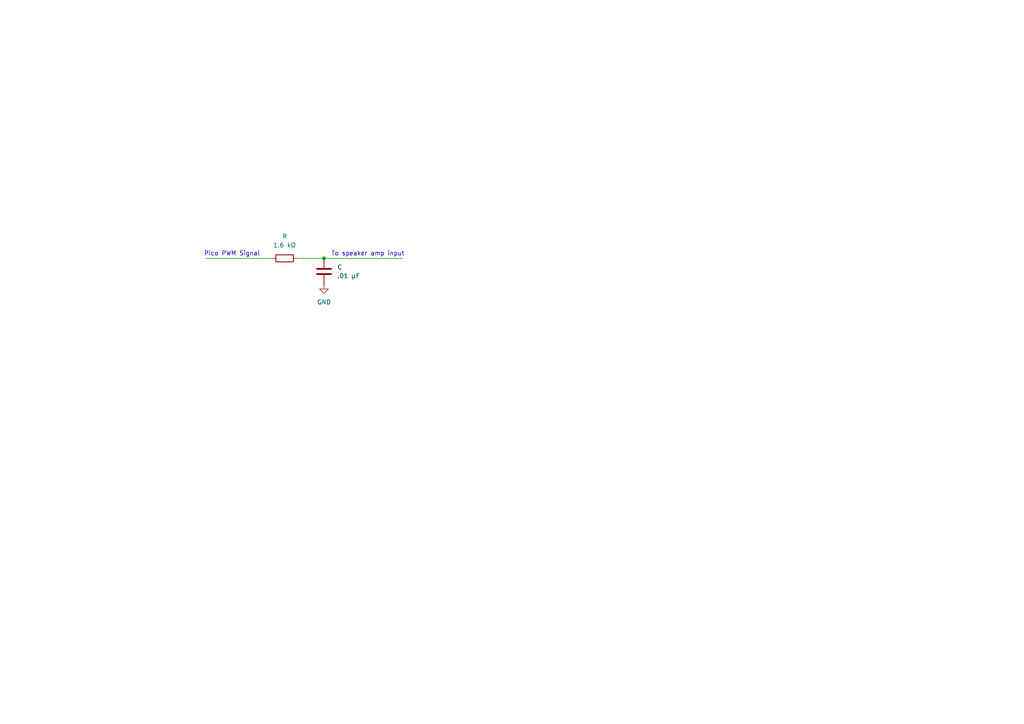
<source format=kicad_sch>
(kicad_sch
	(version 20250114)
	(generator "eeschema")
	(generator_version "9.0")
	(uuid "df07c18f-2b5d-4497-87c0-5d4664e09d6e")
	(paper "A4")
	(lib_symbols
		(symbol "Device:C"
			(pin_numbers
				(hide yes)
			)
			(pin_names
				(offset 0.254)
			)
			(exclude_from_sim no)
			(in_bom yes)
			(on_board yes)
			(property "Reference" "C"
				(at 0.635 2.54 0)
				(effects
					(font
						(size 1.27 1.27)
					)
					(justify left)
				)
			)
			(property "Value" "C"
				(at 0.635 -2.54 0)
				(effects
					(font
						(size 1.27 1.27)
					)
					(justify left)
				)
			)
			(property "Footprint" ""
				(at 0.9652 -3.81 0)
				(effects
					(font
						(size 1.27 1.27)
					)
					(hide yes)
				)
			)
			(property "Datasheet" "~"
				(at 0 0 0)
				(effects
					(font
						(size 1.27 1.27)
					)
					(hide yes)
				)
			)
			(property "Description" "Unpolarized capacitor"
				(at 0 0 0)
				(effects
					(font
						(size 1.27 1.27)
					)
					(hide yes)
				)
			)
			(property "ki_keywords" "cap capacitor"
				(at 0 0 0)
				(effects
					(font
						(size 1.27 1.27)
					)
					(hide yes)
				)
			)
			(property "ki_fp_filters" "C_*"
				(at 0 0 0)
				(effects
					(font
						(size 1.27 1.27)
					)
					(hide yes)
				)
			)
			(symbol "C_0_1"
				(polyline
					(pts
						(xy -2.032 0.762) (xy 2.032 0.762)
					)
					(stroke
						(width 0.508)
						(type default)
					)
					(fill
						(type none)
					)
				)
				(polyline
					(pts
						(xy -2.032 -0.762) (xy 2.032 -0.762)
					)
					(stroke
						(width 0.508)
						(type default)
					)
					(fill
						(type none)
					)
				)
			)
			(symbol "C_1_1"
				(pin passive line
					(at 0 3.81 270)
					(length 2.794)
					(name "~"
						(effects
							(font
								(size 1.27 1.27)
							)
						)
					)
					(number "1"
						(effects
							(font
								(size 1.27 1.27)
							)
						)
					)
				)
				(pin passive line
					(at 0 -3.81 90)
					(length 2.794)
					(name "~"
						(effects
							(font
								(size 1.27 1.27)
							)
						)
					)
					(number "2"
						(effects
							(font
								(size 1.27 1.27)
							)
						)
					)
				)
			)
			(embedded_fonts no)
		)
		(symbol "Device:R"
			(pin_numbers
				(hide yes)
			)
			(pin_names
				(offset 0)
			)
			(exclude_from_sim no)
			(in_bom yes)
			(on_board yes)
			(property "Reference" "R"
				(at 2.032 0 90)
				(effects
					(font
						(size 1.27 1.27)
					)
				)
			)
			(property "Value" "R"
				(at 0 0 90)
				(effects
					(font
						(size 1.27 1.27)
					)
				)
			)
			(property "Footprint" ""
				(at -1.778 0 90)
				(effects
					(font
						(size 1.27 1.27)
					)
					(hide yes)
				)
			)
			(property "Datasheet" "~"
				(at 0 0 0)
				(effects
					(font
						(size 1.27 1.27)
					)
					(hide yes)
				)
			)
			(property "Description" "Resistor"
				(at 0 0 0)
				(effects
					(font
						(size 1.27 1.27)
					)
					(hide yes)
				)
			)
			(property "ki_keywords" "R res resistor"
				(at 0 0 0)
				(effects
					(font
						(size 1.27 1.27)
					)
					(hide yes)
				)
			)
			(property "ki_fp_filters" "R_*"
				(at 0 0 0)
				(effects
					(font
						(size 1.27 1.27)
					)
					(hide yes)
				)
			)
			(symbol "R_0_1"
				(rectangle
					(start -1.016 -2.54)
					(end 1.016 2.54)
					(stroke
						(width 0.254)
						(type default)
					)
					(fill
						(type none)
					)
				)
			)
			(symbol "R_1_1"
				(pin passive line
					(at 0 3.81 270)
					(length 1.27)
					(name "~"
						(effects
							(font
								(size 1.27 1.27)
							)
						)
					)
					(number "1"
						(effects
							(font
								(size 1.27 1.27)
							)
						)
					)
				)
				(pin passive line
					(at 0 -3.81 90)
					(length 1.27)
					(name "~"
						(effects
							(font
								(size 1.27 1.27)
							)
						)
					)
					(number "2"
						(effects
							(font
								(size 1.27 1.27)
							)
						)
					)
				)
			)
			(embedded_fonts no)
		)
		(symbol "power:GND"
			(power)
			(pin_numbers
				(hide yes)
			)
			(pin_names
				(offset 0)
				(hide yes)
			)
			(exclude_from_sim no)
			(in_bom yes)
			(on_board yes)
			(property "Reference" "#PWR"
				(at 0 -6.35 0)
				(effects
					(font
						(size 1.27 1.27)
					)
					(hide yes)
				)
			)
			(property "Value" "GND"
				(at 0 -3.81 0)
				(effects
					(font
						(size 1.27 1.27)
					)
				)
			)
			(property "Footprint" ""
				(at 0 0 0)
				(effects
					(font
						(size 1.27 1.27)
					)
					(hide yes)
				)
			)
			(property "Datasheet" ""
				(at 0 0 0)
				(effects
					(font
						(size 1.27 1.27)
					)
					(hide yes)
				)
			)
			(property "Description" "Power symbol creates a global label with name \"GND\" , ground"
				(at 0 0 0)
				(effects
					(font
						(size 1.27 1.27)
					)
					(hide yes)
				)
			)
			(property "ki_keywords" "global power"
				(at 0 0 0)
				(effects
					(font
						(size 1.27 1.27)
					)
					(hide yes)
				)
			)
			(symbol "GND_0_1"
				(polyline
					(pts
						(xy 0 0) (xy 0 -1.27) (xy 1.27 -1.27) (xy 0 -2.54) (xy -1.27 -1.27) (xy 0 -1.27)
					)
					(stroke
						(width 0)
						(type default)
					)
					(fill
						(type none)
					)
				)
			)
			(symbol "GND_1_1"
				(pin power_in line
					(at 0 0 270)
					(length 0)
					(name "~"
						(effects
							(font
								(size 1.27 1.27)
							)
						)
					)
					(number "1"
						(effects
							(font
								(size 1.27 1.27)
							)
						)
					)
				)
			)
			(embedded_fonts no)
		)
	)
	(text "Pico PWM Signal\n"
		(exclude_from_sim no)
		(at 67.31 73.66 0)
		(effects
			(font
				(size 1.27 1.27)
			)
		)
		(uuid "7d08af12-928c-45d1-bf19-0d0eb1871d0d")
	)
	(text "To speaker amp input\n"
		(exclude_from_sim no)
		(at 106.68 73.66 0)
		(effects
			(font
				(size 1.27 1.27)
			)
		)
		(uuid "a1ca2d3c-1888-47aa-b515-79936f1bc601")
	)
	(junction
		(at 93.98 74.93)
		(diameter 0)
		(color 0 0 0 0)
		(uuid "92dd6924-0e60-478a-bdcd-fbeb978a2939")
	)
	(wire
		(pts
			(xy 93.98 74.93) (xy 116.84 74.93)
		)
		(stroke
			(width 0)
			(type default)
		)
		(uuid "16cfbec4-759f-454b-b044-457489bc7b40")
	)
	(wire
		(pts
			(xy 59.69 74.93) (xy 78.74 74.93)
		)
		(stroke
			(width 0)
			(type default)
		)
		(uuid "23d7e0ff-7724-4069-8e94-c268631ff7f3")
	)
	(wire
		(pts
			(xy 86.36 74.93) (xy 93.98 74.93)
		)
		(stroke
			(width 0)
			(type default)
		)
		(uuid "f01d0b30-415b-453b-87d8-314a8eed1a53")
	)
	(symbol
		(lib_id "power:GND")
		(at 93.98 82.55 0)
		(unit 1)
		(exclude_from_sim no)
		(in_bom yes)
		(on_board yes)
		(dnp no)
		(fields_autoplaced yes)
		(uuid "7aff2f14-27d5-48f5-a47f-c0462a8212c5")
		(property "Reference" "#PWR02"
			(at 93.98 88.9 0)
			(effects
				(font
					(size 1.27 1.27)
				)
				(hide yes)
			)
		)
		(property "Value" "GND"
			(at 93.98 87.63 0)
			(effects
				(font
					(size 1.27 1.27)
				)
			)
		)
		(property "Footprint" ""
			(at 93.98 82.55 0)
			(effects
				(font
					(size 1.27 1.27)
				)
				(hide yes)
			)
		)
		(property "Datasheet" ""
			(at 93.98 82.55 0)
			(effects
				(font
					(size 1.27 1.27)
				)
				(hide yes)
			)
		)
		(property "Description" "Power symbol creates a global label with name \"GND\" , ground"
			(at 93.98 82.55 0)
			(effects
				(font
					(size 1.27 1.27)
				)
				(hide yes)
			)
		)
		(pin "1"
			(uuid "7ac853de-2bfc-4965-b811-a22018b7495a")
		)
		(instances
			(project ""
				(path "/7a474c3b-855e-4a89-97e9-3d42055b899d/dd3e34ea-4be4-483e-912f-47aac0384845"
					(reference "#PWR02")
					(unit 1)
				)
			)
		)
	)
	(symbol
		(lib_id "Device:C")
		(at 93.98 78.74 0)
		(unit 1)
		(exclude_from_sim no)
		(in_bom yes)
		(on_board yes)
		(dnp no)
		(fields_autoplaced yes)
		(uuid "e96daf6b-c72f-4bb7-ab58-64287a4cdd23")
		(property "Reference" "C"
			(at 97.79 77.4699 0)
			(effects
				(font
					(size 1.27 1.27)
				)
				(justify left)
			)
		)
		(property "Value" ".01 µF"
			(at 97.79 80.0099 0)
			(effects
				(font
					(size 1.27 1.27)
				)
				(justify left)
			)
		)
		(property "Footprint" ""
			(at 94.9452 82.55 0)
			(effects
				(font
					(size 1.27 1.27)
				)
				(hide yes)
			)
		)
		(property "Datasheet" "~"
			(at 93.98 78.74 0)
			(effects
				(font
					(size 1.27 1.27)
				)
				(hide yes)
			)
		)
		(property "Description" "Unpolarized capacitor"
			(at 93.98 78.74 0)
			(effects
				(font
					(size 1.27 1.27)
				)
				(hide yes)
			)
		)
		(pin "2"
			(uuid "6701896a-3595-4f06-8716-56a09abcd39a")
		)
		(pin "1"
			(uuid "ad6d9fcb-b901-43fc-b9d0-d18518f0685c")
		)
		(instances
			(project ""
				(path "/7a474c3b-855e-4a89-97e9-3d42055b899d/dd3e34ea-4be4-483e-912f-47aac0384845"
					(reference "C")
					(unit 1)
				)
			)
		)
	)
	(symbol
		(lib_id "Device:R")
		(at 82.55 74.93 90)
		(unit 1)
		(exclude_from_sim no)
		(in_bom yes)
		(on_board yes)
		(dnp no)
		(fields_autoplaced yes)
		(uuid "ee71c028-4154-4464-bfa1-d729741890e4")
		(property "Reference" "R"
			(at 82.55 68.58 90)
			(effects
				(font
					(size 1.27 1.27)
				)
			)
		)
		(property "Value" "1.6 kΩ"
			(at 82.55 71.12 90)
			(effects
				(font
					(size 1.27 1.27)
				)
			)
		)
		(property "Footprint" ""
			(at 82.55 76.708 90)
			(effects
				(font
					(size 1.27 1.27)
				)
				(hide yes)
			)
		)
		(property "Datasheet" "~"
			(at 82.55 74.93 0)
			(effects
				(font
					(size 1.27 1.27)
				)
				(hide yes)
			)
		)
		(property "Description" "Resistor"
			(at 82.55 74.93 0)
			(effects
				(font
					(size 1.27 1.27)
				)
				(hide yes)
			)
		)
		(pin "1"
			(uuid "566d8cd0-6cf4-4141-80b4-cdab1144c296")
		)
		(pin "2"
			(uuid "09542b5b-bbbe-4728-8db2-03bee2db628e")
		)
		(instances
			(project ""
				(path "/7a474c3b-855e-4a89-97e9-3d42055b899d/dd3e34ea-4be4-483e-912f-47aac0384845"
					(reference "R")
					(unit 1)
				)
			)
		)
	)
)

</source>
